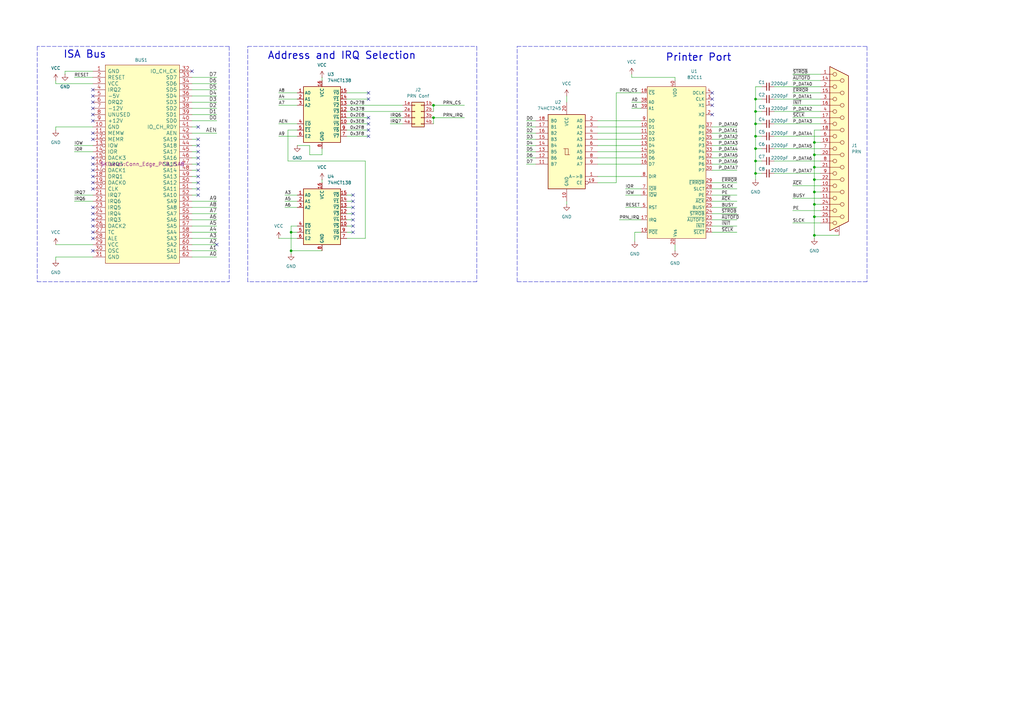
<source format=kicad_sch>
(kicad_sch (version 20231120) (generator "eeschema") (generator_version "8.0")
  (paper "A3")
  (title_block (title "LPT Isa Card") (date "2024-11-24") (rev "1.0"))
  (lib_symbols
    (symbol "74xx:74HC245" (pin_names (offset 1.016))
      (property "Reference" "U" (at -7.62 16.51 0))
      (property "Value" "74HC245" (at -7.62 -16.51 0))
      (symbol "74HC245_1_0"
        (polyline (pts (xy -0.635 -1.27) (xy -0.635 1.27) (xy 0.635 1.27)))
        (polyline (pts (xy -1.27 -1.27) (xy 0.635 -1.27) (xy 0.635 1.27) (xy 1.27 1.27)))
        (pin input line (at -12.7 -10.16 0) (length 5.08) (name "A->B") (number "1"))
        (pin power_in line (at 0 -20.32 90) (length 5.08) (name "GND") (number "10"))
        (pin tri_state line (at 12.7 -5.08 180) (length 5.08) (name "B7") (number "11"))
        (pin tri_state line (at 12.7 -2.54 180) (length 5.08) (name "B6") (number "12"))
        (pin tri_state line (at 12.7 0 180) (length 5.08) (name "B5") (number "13"))
        (pin tri_state line (at 12.7 2.54 180) (length 5.08) (name "B4") (number "14"))
        (pin tri_state line (at 12.7 5.08 180) (length 5.08) (name "B3") (number "15"))
        (pin tri_state line (at 12.7 7.62 180) (length 5.08) (name "B2") (number "16"))
        (pin tri_state line (at 12.7 10.16 180) (length 5.08) (name "B1") (number "17"))
        (pin tri_state line (at 12.7 12.7 180) (length 5.08) (name "B0") (number "18"))
        (pin input inverted (at -12.7 -12.7 0) (length 5.08) (name "CE") (number "19"))
        (pin tri_state line (at -12.7 12.7 0) (length 5.08) (name "A0") (number "2"))
        (pin power_in line (at 0 20.32 270) (length 5.08) (name "VCC") (number "20"))
        (pin tri_state line (at -12.7 10.16 0) (length 5.08) (name "A1") (number "3"))
        (pin tri_state line (at -12.7 7.62 0) (length 5.08) (name "A2") (number "4"))
        (pin tri_state line (at -12.7 5.08 0) (length 5.08) (name "A3") (number "5"))
        (pin tri_state line (at -12.7 2.54 0) (length 5.08) (name "A4") (number "6"))
        (pin tri_state line (at -12.7 0 0) (length 5.08) (name "A5") (number "7"))
        (pin tri_state line (at -12.7 -2.54 0) (length 5.08) (name "A6") (number "8"))
        (pin tri_state line (at -12.7 -5.08 0) (length 5.08) (name "A7") (number "9"))
      )
      (symbol "74HC245_1_1"
        (rectangle (start -7.62 15.24) (end 7.62 -15.24) (stroke (width 0.254)) (fill (type background)))
      )
    )
    (symbol "74xx:74HCT138"
      (property "Reference" "U" (at -7.62 13.97 0))
      (property "Value" "74HCT138" (at 2.54 -11.43 0))
      (symbol "74HCT138_0_1"
        (rectangle (start -7.62 12.7) (end 7.62 -10.16) (stroke (width 0.254)) (fill (type background)))
      )
      (symbol "74HCT138_1_1"
        (pin input line (at -10.16 10.16 0) (length 2.54) (name "A0") (number "1"))
        (pin output line (at 10.16 -2.54 180) (length 2.54) (name "~{Y5}") (number "10"))
        (pin output line (at 10.16 0 180) (length 2.54) (name "~{Y4}") (number "11"))
        (pin output line (at 10.16 2.54 180) (length 2.54) (name "~{Y3}") (number "12"))
        (pin output line (at 10.16 5.08 180) (length 2.54) (name "~{Y2}") (number "13"))
        (pin output line (at 10.16 7.62 180) (length 2.54) (name "~{Y1}") (number "14"))
        (pin output line (at 10.16 10.16 180) (length 2.54) (name "~{Y0}") (number "15"))
        (pin power_in line (at 0 15.24 270) (length 2.54) (name "VCC") (number "16"))
        (pin input line (at -10.16 7.62 0) (length 2.54) (name "A1") (number "2"))
        (pin input line (at -10.16 5.08 0) (length 2.54) (name "A2") (number "3"))
        (pin input line (at -10.16 -2.54 0) (length 2.54) (name "~{E0}") (number "4"))
        (pin input line (at -10.16 -5.08 0) (length 2.54) (name "~{E1}") (number "5"))
        (pin input line (at -10.16 -7.62 0) (length 2.54) (name "E2") (number "6"))
        (pin output line (at 10.16 -7.62 180) (length 2.54) (name "~{Y7}") (number "7"))
        (pin power_in line (at 0 -12.7 90) (length 2.54) (name "GND") (number "8"))
        (pin output line (at 10.16 -5.08 180) (length 2.54) (name "~{Y6}") (number "9"))
      )
    )
    (symbol "Connector:DB25_Receptacle_MountingHoles" (pin_names (offset 1.016) hide)
      (property "Reference" "J" (at 0 36.83 0))
      (property "Value" "DB25_Receptacle_MountingHoles" (at 0 34.925 0))
      (symbol "DB25_Receptacle_MountingHoles_0_1"
        (circle (center -1.778 -30.48) (radius 0.762))
        (circle (center -1.778 -25.4) (radius 0.762))
        (circle (center -1.778 -20.32) (radius 0.762))
        (circle (center -1.778 -15.24) (radius 0.762))
        (circle (center -1.778 -10.16) (radius 0.762))
        (circle (center -1.778 -5.08) (radius 0.762))
        (circle (center -1.778 0) (radius 0.762))
        (circle (center -1.778 5.08) (radius 0.762))
        (circle (center -1.778 10.16) (radius 0.762))
        (circle (center -1.778 15.24) (radius 0.762))
        (circle (center -1.778 20.32) (radius 0.762))
        (circle (center -1.778 25.4) (radius 0.762))
        (circle (center -1.778 30.48) (radius 0.762))
        (polyline (pts (xy -3.81 -30.48) (xy -2.54 -30.48)))
        (polyline (pts (xy -3.81 -27.94) (xy 0.508 -27.94)))
        (polyline (pts (xy -3.81 -25.4) (xy -2.54 -25.4)))
        (polyline (pts (xy -3.81 -22.86) (xy 0.508 -22.86)))
        (polyline (pts (xy -3.81 -20.32) (xy -2.54 -20.32)))
        (polyline (pts (xy -3.81 -17.78) (xy 0.508 -17.78)))
        (polyline (pts (xy -3.81 -15.24) (xy -2.54 -15.24)))
        (polyline (pts (xy -3.81 -12.7) (xy 0.508 -12.7)))
        (polyline (pts (xy -3.81 -10.16) (xy -2.54 -10.16)))
        (polyline (pts (xy -3.81 -7.62) (xy 0.508 -7.62)))
        (polyline (pts (xy -3.81 -5.08) (xy -2.54 -5.08)))
        (polyline (pts (xy -3.81 -2.54) (xy 0.508 -2.54)))
        (polyline (pts (xy -3.81 0) (xy -2.54 0)))
        (polyline (pts (xy -3.81 2.54) (xy 0.508 2.54)))
        (polyline (pts (xy -3.81 5.08) (xy -2.54 5.08)))
        (polyline (pts (xy -3.81 7.62) (xy 0.508 7.62)))
        (polyline (pts (xy -3.81 10.16) (xy -2.54 10.16)))
        (polyline (pts (xy -3.81 12.7) (xy 0.508 12.7)))
        (polyline (pts (xy -3.81 15.24) (xy -2.54 15.24)))
        (polyline (pts (xy -3.81 17.78) (xy 0.508 17.78)))
        (polyline (pts (xy -3.81 20.32) (xy -2.54 20.32)))
        (polyline (pts (xy -3.81 22.86) (xy 0.508 22.86)))
        (polyline (pts (xy -3.81 25.4) (xy -2.54 25.4)))
        (polyline (pts (xy -3.81 27.94) (xy 0.508 27.94)))
        (polyline (pts (xy -3.81 30.48) (xy -2.54 30.48)))
        (polyline (pts (xy -3.81 33.655) (xy 3.81 29.845) (xy 3.81 -29.845) (xy -3.81 -33.655) (xy -3.81 33.655)) (stroke (width 0.254)) (fill (type background)))
        (circle (center 1.27 -27.94) (radius 0.762))
        (circle (center 1.27 -22.86) (radius 0.762))
        (circle (center 1.27 -17.78) (radius 0.762))
        (circle (center 1.27 -12.7) (radius 0.762))
        (circle (center 1.27 -7.62) (radius 0.762))
        (circle (center 1.27 -2.54) (radius 0.762))
        (circle (center 1.27 2.54) (radius 0.762))
        (circle (center 1.27 7.62) (radius 0.762))
        (circle (center 1.27 12.7) (radius 0.762))
        (circle (center 1.27 17.78) (radius 0.762))
        (circle (center 1.27 22.86) (radius 0.762))
        (circle (center 1.27 27.94) (radius 0.762))
      )
      (symbol "DB25_Receptacle_MountingHoles_1_1"
        (pin passive line (at 0 -35.56 90) (length 3.81) (name "PAD") (number "0"))
        (pin passive line (at -7.62 30.48 0) (length 3.81) (name "1") (number "1"))
        (pin passive line (at -7.62 -15.24 0) (length 3.81) (name "10") (number "10"))
        (pin passive line (at -7.62 -20.32 0) (length 3.81) (name "11") (number "11"))
        (pin passive line (at -7.62 -25.4 0) (length 3.81) (name "12") (number "12"))
        (pin passive line (at -7.62 -30.48 0) (length 3.81) (name "13") (number "13"))
        (pin passive line (at -7.62 27.94 0) (length 3.81) (name "P14") (number "14"))
        (pin passive line (at -7.62 22.86 0) (length 3.81) (name "P15") (number "15"))
        (pin passive line (at -7.62 17.78 0) (length 3.81) (name "P16") (number "16"))
        (pin passive line (at -7.62 12.7 0) (length 3.81) (name "P17") (number "17"))
        (pin passive line (at -7.62 7.62 0) (length 3.81) (name "P18") (number "18"))
        (pin passive line (at -7.62 2.54 0) (length 3.81) (name "P19") (number "19"))
        (pin passive line (at -7.62 25.4 0) (length 3.81) (name "2") (number "2"))
        (pin passive line (at -7.62 -2.54 0) (length 3.81) (name "P20") (number "20"))
        (pin passive line (at -7.62 -7.62 0) (length 3.81) (name "P21") (number "21"))
        (pin passive line (at -7.62 -12.7 0) (length 3.81) (name "P22") (number "22"))
        (pin passive line (at -7.62 -17.78 0) (length 3.81) (name "P23") (number "23"))
        (pin passive line (at -7.62 -22.86 0) (length 3.81) (name "P24") (number "24"))
        (pin passive line (at -7.62 -27.94 0) (length 3.81) (name "P25") (number "25"))
        (pin passive line (at -7.62 20.32 0) (length 3.81) (name "3") (number "3"))
        (pin passive line (at -7.62 15.24 0) (length 3.81) (name "4") (number "4"))
        (pin passive line (at -7.62 10.16 0) (length 3.81) (name "5") (number "5"))
        (pin passive line (at -7.62 5.08 0) (length 3.81) (name "6") (number "6"))
        (pin passive line (at -7.62 0 0) (length 3.81) (name "7") (number "7"))
        (pin passive line (at -7.62 -5.08 0) (length 3.81) (name "8") (number "8"))
        (pin passive line (at -7.62 -10.16 0) (length 3.81) (name "9") (number "9"))
      )
    )
    (symbol "Connector_Generic:Conn_02x04_Row_Letter_Last" (pin_names (offset 1.016) hide)
      (property "Reference" "J" (at 1.27 5.08 0))
      (property "Value" "Conn_02x04_Row_Letter_Last" (at 1.27 -7.62 0))
      (symbol "Conn_02x04_Row_Letter_Last_1_1"
        (rectangle (start -1.27 -4.953) (end 0 -5.207) (stroke (width 0.1524)))
        (rectangle (start -1.27 -2.413) (end 0 -2.667) (stroke (width 0.1524)))
        (rectangle (start -1.27 0.127) (end 0 -0.127) (stroke (width 0.1524)))
        (rectangle (start -1.27 2.667) (end 0 2.413) (stroke (width 0.1524)))
        (rectangle (start -1.27 3.81) (end 3.81 -6.35) (stroke (width 0.254)) (fill (type background)))
        (rectangle (start 3.81 -4.953) (end 2.54 -5.207) (stroke (width 0.1524)))
        (rectangle (start 3.81 -2.413) (end 2.54 -2.667) (stroke (width 0.1524)))
        (rectangle (start 3.81 0.127) (end 2.54 -0.127) (stroke (width 0.1524)))
        (rectangle (start 3.81 2.667) (end 2.54 2.413) (stroke (width 0.1524)))
        (pin passive line (at -5.08 2.54 0) (length 3.81) (name "Pin_1a") (number "1a"))
        (pin passive line (at 7.62 2.54 180) (length 3.81) (name "Pin_1b") (number "1b"))
        (pin passive line (at -5.08 0 0) (length 3.81) (name "Pin_2a") (number "2a"))
        (pin passive line (at 7.62 0 180) (length 3.81) (name "Pin_2b") (number "2b"))
        (pin passive line (at -5.08 -2.54 0) (length 3.81) (name "Pin_3a") (number "3a"))
        (pin passive line (at 7.62 -2.54 180) (length 3.81) (name "Pin_3b") (number "3b"))
        (pin passive line (at -5.08 -5.08 0) (length 3.81) (name "Pin_4a") (number "4a"))
        (pin passive line (at 7.62 -5.08 180) (length 3.81) (name "Pin_4b") (number "4b"))
      )
    )
    (symbol "Device:C_Small" (pin_numbers hide) (pin_names (offset 0.254) hide)
      (property "Reference" "C" (at 0.254 1.778 0))
      (property "Value" "C_Small" (at 0.254 -2.032 0))
      (symbol "C_Small_0_1"
        (polyline (pts (xy -1.524 -0.508) (xy 1.524 -0.508)) (stroke (width 0.3302)))
        (polyline (pts (xy -1.524 0.508) (xy 1.524 0.508)) (stroke (width 0.3048)))
      )
      (symbol "C_Small_1_1"
        (pin passive line (at 0 2.54 270) (length 2.032) (name "~") (number "1"))
        (pin passive line (at 0 -2.54 90) (length 2.032) (name "~") (number "2"))
      )
    )
    (symbol "SKiselev:BUSPC_DEV" (pin_names (offset 1.016))
      (property "Reference" "BUS" (at -15.24 41.91 0))
      (property "Value" "BUSPC_DEV" (at -15.24 -41.91 0))
      (symbol "BUSPC_DEV_0_1"
        (rectangle (start -15.24 -40.64) (end 15.24 40.64) (fill (type background)))
      )
      (symbol "BUSPC_DEV_1_1"
        (pin power_out line (at -20.32 38.1 0) (length 5.08) (name "GND") (number "1"))
        (pin power_in line (at -20.32 15.24 0) (length 5.08) (name "GND") (number "10"))
        (pin output inverted (at -20.32 12.7 0) (length 5.08) (name "MEMW") (number "11"))
        (pin output inverted (at -20.32 10.16 0) (length 5.08) (name "MEMR") (number "12"))
        (pin output inverted (at -20.32 7.62 0) (length 5.08) (name "IOW") (number "13"))
        (pin output inverted (at -20.32 5.08 0) (length 5.08) (name "IOR") (number "14"))
        (pin output inverted (at -20.32 2.54 0) (length 5.08) (name "DACK3") (number "15"))
        (pin input line (at -20.32 0 0) (length 5.08) (name "DRQ3") (number "16"))
        (pin output inverted (at -20.32 -2.54 0) (length 5.08) (name "DACK1") (number "17"))
        (pin input line (at -20.32 -5.08 0) (length 5.08) (name "DRQ1") (number "18"))
        (pin output inverted (at -20.32 -7.62 0) (length 5.08) (name "DACK0") (number "19"))
        (pin output line (at -20.32 35.56 0) (length 5.08) (name "RESET") (number "2"))
        (pin output line (at -20.32 -10.16 0) (length 5.08) (name "CLK") (number "20"))
        (pin input line (at -20.32 -12.7 0) (length 5.08) (name "IRQ7") (number "21"))
        (pin input line (at -20.32 -15.24 0) (length 5.08) (name "IRQ6") (number "22"))
        (pin input line (at -20.32 -17.78 0) (length 5.08) (name "IRQ5") (number "23"))
        (pin input line (at -20.32 -20.32 0) (length 5.08) (name "IRQ4") (number "24"))
        (pin input line (at -20.32 -22.86 0) (length 5.08) (name "IRQ3") (number "25"))
        (pin output inverted (at -20.32 -25.4 0) (length 5.08) (name "DACK2") (number "26"))
        (pin output line (at -20.32 -27.94 0) (length 5.08) (name "TC") (number "27"))
        (pin output line (at -20.32 -30.48 0) (length 5.08) (name "ALE") (number "28"))
        (pin power_in line (at -20.32 -33.02 0) (length 5.08) (name "VCC") (number "29"))
        (pin power_out line (at -20.32 33.02 0) (length 5.08) (name "VCC") (number "3"))
        (pin output line (at -20.32 -35.56 0) (length 5.08) (name "OSC") (number "30"))
        (pin power_in line (at -20.32 -38.1 0) (length 5.08) (name "GND") (number "31"))
        (pin input inverted (at 20.32 38.1 180) (length 5.08) (name "IO_CH_CK") (number "32"))
        (pin bidirectional line (at 20.32 35.56 180) (length 5.08) (name "SD7") (number "33"))
        (pin bidirectional line (at 20.32 33.02 180) (length 5.08) (name "SD6") (number "34"))
        (pin bidirectional line (at 20.32 30.48 180) (length 5.08) (name "SD5") (number "35"))
        (pin bidirectional line (at 20.32 27.94 180) (length 5.08) (name "SD4") (number "36"))
        (pin bidirectional line (at 20.32 25.4 180) (length 5.08) (name "SD3") (number "37"))
        (pin bidirectional line (at 20.32 22.86 180) (length 5.08) (name "SD2") (number "38"))
        (pin bidirectional line (at 20.32 20.32 180) (length 5.08) (name "SD1") (number "39"))
        (pin input line (at -20.32 30.48 0) (length 5.08) (name "IRQ2") (number "4"))
        (pin bidirectional line (at 20.32 17.78 180) (length 5.08) (name "SD0") (number "40"))
        (pin input line (at 20.32 15.24 180) (length 5.08) (name "IO_CH_RDY") (number "41"))
        (pin output line (at 20.32 12.7 180) (length 5.08) (name "AEN") (number "42"))
        (pin output line (at 20.32 10.16 180) (length 5.08) (name "SA19") (number "43"))
        (pin output line (at 20.32 7.62 180) (length 5.08) (name "SA18") (number "44"))
        (pin output line (at 20.32 5.08 180) (length 5.08) (name "SA17") (number "45"))
        (pin output line (at 20.32 2.54 180) (length 5.08) (name "SA16") (number "46"))
        (pin output line (at 20.32 0 180) (length 5.08) (name "SA15") (number "47"))
        (pin output line (at 20.32 -2.54 180) (length 5.08) (name "SA14") (number "48"))
        (pin output line (at 20.32 -5.08 180) (length 5.08) (name "SA13") (number "49"))
        (pin power_out line (at -20.32 27.94 0) (length 5.08) (name "-5V") (number "5"))
        (pin output line (at 20.32 -7.62 180) (length 5.08) (name "SA12") (number "50"))
        (pin output line (at 20.32 -10.16 180) (length 5.08) (name "SA11") (number "51"))
        (pin output line (at 20.32 -12.7 180) (length 5.08) (name "SA10") (number "52"))
        (pin output line (at 20.32 -15.24 180) (length 5.08) (name "SA9") (number "53"))
        (pin output line (at 20.32 -17.78 180) (length 5.08) (name "SA8") (number "54"))
        (pin output line (at 20.32 -20.32 180) (length 5.08) (name "SA7") (number "55"))
        (pin output line (at 20.32 -22.86 180) (length 5.08) (name "SA6") (number "56"))
        (pin output line (at 20.32 -25.4 180) (length 5.08) (name "SA5") (number "57"))
        (pin output line (at 20.32 -27.94 180) (length 5.08) (name "SA4") (number "58"))
        (pin output line (at 20.32 -30.48 180) (length 5.08) (name "SA3") (number "59"))
        (pin input line (at -20.32 25.4 0) (length 5.08) (name "DRQ2") (number "6"))
        (pin output line (at 20.32 -33.02 180) (length 5.08) (name "SA2") (number "60"))
        (pin output line (at 20.32 -35.56 180) (length 5.08) (name "SA1") (number "61"))
        (pin output line (at 20.32 -38.1 180) (length 5.08) (name "SA0") (number "62"))
        (pin power_out line (at -20.32 22.86 0) (length 5.08) (name "-12V") (number "7"))
        (pin passive line (at -20.32 20.32 0) (length 5.08) (name "UNUSED") (number "8"))
        (pin power_out line (at -20.32 17.78 0) (length 5.08) (name "+12V") (number "9"))
      )
    )
    (symbol "VictorLib:82C11"
      (property "Reference" "U" (at 7.874 0.762 0))
      (property "Value" "82C11" (at 8.128 -1.778 0))
      (symbol "82C11_0_1"
        (rectangle (start -11.43 -3.81) (end 12.7 -66.04) (fill (type background)))
      )
      (symbol "82C11_1_1"
        (pin input line (at 15.24 -11.43 180) (length 2.54) (name "X1") (number "1"))
        (pin bidirectional line (at -13.97 -20.32 0) (length 2.54) (name "D1") (number "10"))
        (pin bidirectional line (at -13.97 -22.86 0) (length 2.54) (name "D2") (number "11"))
        (pin bidirectional line (at -13.97 -25.4 0) (length 2.54) (name "D3") (number "12"))
        (pin bidirectional line (at -13.97 -27.94 0) (length 2.54) (name "D4") (number "13"))
        (pin bidirectional line (at -13.97 -30.48 0) (length 2.54) (name "D5") (number "14"))
        (pin bidirectional line (at -13.97 -33.02 0) (length 2.54) (name "D6") (number "15"))
        (pin bidirectional line (at -13.97 -35.56 0) (length 2.54) (name "D7") (number "16"))
        (pin output line (at -13.97 -58.42 0) (length 2.54) (name "IRQ") (number "17"))
        (pin input line (at -13.97 -6.35 0) (length 2.54) (name "~{CS}") (number "18"))
        (pin input line (at -13.97 -63.5 0) (length 2.54) (name "~{POE}") (number "19"))
        (pin input line (at 15.24 -15.24 180) (length 2.54) (name "X2") (number "2"))
        (pin power_in line (at 0 -68.58 90) (length 2.54) (name "Vss") (number "20"))
        (pin output line (at 15.24 -63.5 180) (length 2.54) (name "~{SLCT}") (number "21"))
        (pin output line (at 15.24 -60.96 180) (length 2.54) (name "~{INIT}") (number "22"))
        (pin output line (at 15.24 -58.42 180) (length 2.54) (name "~{AUTOFD}") (number "23"))
        (pin output line (at 15.24 -55.88 180) (length 2.54) (name "~{STROB}") (number "24"))
        (pin input line (at 15.24 -53.34 180) (length 2.54) (name "BUSY") (number "25"))
        (pin input line (at 15.24 -50.8 180) (length 2.54) (name "~{ACK}") (number "26"))
        (pin input line (at 15.24 -48.26 180) (length 2.54) (name "PE") (number "27"))
        (pin input line (at 15.24 -45.72 180) (length 2.54) (name "SLCT") (number "28"))
        (pin input line (at 15.24 -43.18 180) (length 2.54) (name "~{ERROR}") (number "29"))
        (pin output line (at 15.24 -8.89 180) (length 2.54) (name "CLK") (number "3"))
        (pin bidirectional line (at 15.24 -38.1 180) (length 2.54) (name "P7") (number "30"))
        (pin bidirectional line (at 15.24 -35.56 180) (length 2.54) (name "P6") (number "31"))
        (pin bidirectional line (at 15.24 -33.02 180) (length 2.54) (name "P5") (number "32"))
        (pin bidirectional line (at 15.24 -30.48 180) (length 2.54) (name "P4") (number "33"))
        (pin bidirectional line (at 15.24 -27.94 180) (length 2.54) (name "P3") (number "34"))
        (pin bidirectional line (at 15.24 -25.4 180) (length 2.54) (name "P2") (number "35"))
        (pin bidirectional line (at 15.24 -22.86 180) (length 2.54) (name "P1") (number "36"))
        (pin bidirectional line (at 15.24 -20.32 180) (length 2.54) (name "P0") (number "37"))
        (pin input line (at -13.97 -10.16 0) (length 2.54) (name "A0") (number "38"))
        (pin input line (at -13.97 -12.7 0) (length 2.54) (name "A1") (number "39"))
        (pin output line (at 15.24 -6.35 180) (length 2.54) (name "DCLK") (number "4"))
        (pin power_in line (at 0 -1.27 270) (length 2.54) (name "VDD") (number "40"))
        (pin input line (at -13.97 -53.34 0) (length 2.54) (name "RST") (number "5"))
        (pin input line (at -13.97 -48.26 0) (length 2.54) (name "~{IOW}") (number "6"))
        (pin input line (at -13.97 -45.72 0) (length 2.54) (name "~{IOR}") (number "7"))
        (pin output line (at -13.97 -40.64 0) (length 2.54) (name "DIR") (number "8"))
        (pin bidirectional line (at -13.97 -17.78 0) (length 2.54) (name "D0") (number "9"))
      )
    )
    (symbol "power:GND" (power) (pin_numbers hide) (pin_names (offset 0) hide)
      (property "Value" "GND" (at 0 -3.81 0))
      (symbol "GND_0_1"
        (polyline (pts (xy 0 0) (xy 0 -1.27) (xy 1.27 -1.27) (xy 0 -2.54) (xy -1.27 -1.27) (xy 0 -1.27)))
      )
      (symbol "GND_1_1"
        (pin power_in line (at 0 0 270) (length 0) (name "~") (number "1"))
      )
    )
    (symbol "power:VCC" (power) (pin_numbers hide) (pin_names (offset 0) hide)
      (property "Value" "VCC" (at 0 3.556 0))
      (symbol "VCC_0_1"
        (polyline (pts (xy -0.762 1.27) (xy 0 2.54)))
        (polyline (pts (xy 0 0) (xy 0 2.54)))
        (polyline (pts (xy 0 2.54) (xy 0.762 1.27)))
      )
      (symbol "VCC_1_1"
        (pin power_in line (at 0 0 90) (length 0) (name "~") (number "1"))
      )
    )
  )
  (junction (at 334.01 63.5))
  (junction (at 309.88 40.64))
  (junction (at 309.88 60.96))
  (junction (at 309.88 50.8))
  (junction (at 334.01 83.82))
  (junction (at 119.38 95.25))
  (junction (at 334.01 68.58))
  (junction (at 309.88 45.72))
  (junction (at 309.88 55.88))
  (junction (at 334.01 96.52))
  (junction (at 177.8 48.26))
  (junction (at 334.01 78.74))
  (junction (at 119.38 102.87))
  (junction (at 334.01 88.9))
  (junction (at 309.88 71.12))
  (junction (at 334.01 58.42))
  (junction (at 334.01 73.66))
  (junction (at 309.88 66.04))
  (junction (at 177.8 43.18))
  (no_connect (at 151.13 38.1))
  (no_connect (at 81.28 74.93))
  (no_connect (at 81.28 67.31))
  (no_connect (at 38.1 72.39))
  (no_connect (at 38.1 67.31))
  (no_connect (at 38.1 92.71))
  (no_connect (at 292.1 38.1))
  (no_connect (at 38.1 69.85))
  (no_connect (at 81.28 59.69))
  (no_connect (at 38.1 90.17))
  (no_connect (at 81.28 52.07))
  (no_connect (at 38.1 49.53))
  (no_connect (at 78.74 29.21))
  (no_connect (at 292.1 40.64))
  (no_connect (at 292.1 43.18))
  (no_connect (at 81.28 62.23))
  (no_connect (at 38.1 41.91))
  (no_connect (at 151.13 55.88))
  (no_connect (at 151.13 53.34))
  (no_connect (at 151.13 40.64))
  (no_connect (at 144.78 85.09))
  (no_connect (at 144.78 95.25))
  (no_connect (at 38.1 77.47))
  (no_connect (at 144.78 92.71))
  (no_connect (at 81.28 80.01))
  (no_connect (at 81.28 64.77))
  (no_connect (at 144.78 80.01))
  (no_connect (at 81.28 57.15))
  (no_connect (at 38.1 44.45))
  (no_connect (at 144.78 87.63))
  (no_connect (at 151.13 48.26))
  (no_connect (at 88.9 100.33))
  (no_connect (at 38.1 74.93))
  (no_connect (at 38.1 85.09))
  (no_connect (at 144.78 90.17))
  (no_connect (at 38.1 54.61))
  (no_connect (at 144.78 82.55))
  (no_connect (at 38.1 39.37))
  (no_connect (at 292.1 46.99))
  (no_connect (at 38.1 95.25))
  (no_connect (at 38.1 87.63))
  (no_connect (at 81.28 72.39))
  (no_connect (at 38.1 57.15))
  (no_connect (at 38.1 46.99))
  (no_connect (at 151.13 50.8))
  (no_connect (at 38.1 97.79))
  (no_connect (at 38.1 64.77))
  (no_connect (at 38.1 102.87))
  (no_connect (at 38.1 36.83))
  (no_connect (at 81.28 69.85))
  (no_connect (at 81.28 77.47))
  (wire (pts (xy 142.24 92.71) (xy 144.78 92.71)))
  (wire (pts (xy 22.86 53.34) (xy 22.86 52.07)))
  (wire (pts (xy 119.38 95.25) (xy 121.92 95.25)))
  (wire (pts (xy 142.24 48.26) (xy 151.13 48.26)))
  (wire (pts (xy 334.01 73.66) (xy 336.55 73.66)))
  (wire (pts (xy 78.74 39.37) (xy 88.9 39.37)))
  (wire (pts (xy 309.88 60.96) (xy 312.42 60.96)))
  (polyline (pts (xy 93.98 19.05) (xy 93.98 115.57)) (stroke (width 0) (type dash)))
  (wire (pts (xy 114.3 50.8) (xy 121.92 50.8)))
  (wire (pts (xy 325.12 91.44) (xy 336.55 91.44)))
  (wire (pts (xy 317.5 60.96) (xy 336.55 60.96)))
  (wire (pts (xy 309.88 71.12) (xy 309.88 73.66)))
  (polyline (pts (xy 93.98 19.05) (xy 15.24 19.05)) (stroke (width 0) (type dash)))
  (polyline (pts (xy 15.24 115.57) (xy 93.98 115.57)) (stroke (width 0) (type dash)))
  (wire (pts (xy 22.86 34.29) (xy 38.1 34.29)))
  (wire (pts (xy 142.24 53.34) (xy 151.13 53.34)))
  (wire (pts (xy 177.8 48.26) (xy 177.8 50.8)))
  (wire (pts (xy 309.88 40.64) (xy 312.42 40.64)))
  (wire (pts (xy 334.01 63.5) (xy 336.55 63.5)))
  (wire (pts (xy 254 90.17) (xy 262.89 90.17)))
  (wire (pts (xy 292.1 67.31) (xy 302.26 67.31)))
  (wire (pts (xy 309.88 35.56) (xy 309.88 40.64)))
  (wire (pts (xy 309.88 66.04) (xy 312.42 66.04)))
  (wire (pts (xy 78.74 77.47) (xy 81.28 77.47)))
  (wire (pts (xy 325.12 48.26) (xy 336.55 48.26)))
  (wire (pts (xy 177.8 48.26) (xy 190.5 48.26)))
  (wire (pts (xy 256.54 80.01) (xy 262.89 80.01)))
  (polyline (pts (xy 195.58 19.05) (xy 195.58 115.57)) (stroke (width 0) (type dash)))
  (wire (pts (xy 30.48 31.75) (xy 38.1 31.75)))
  (wire (pts (xy 309.88 55.88) (xy 312.42 55.88)))
  (wire (pts (xy 325.12 81.28) (xy 336.55 81.28)))
  (wire (pts (xy 142.24 90.17) (xy 144.78 90.17)))
  (wire (pts (xy 232.41 39.37) (xy 232.41 41.91)))
  (wire (pts (xy 325.12 33.02) (xy 336.55 33.02)))
  (wire (pts (xy 119.38 92.71) (xy 121.92 92.71)))
  (wire (pts (xy 292.1 57.15) (xy 302.26 57.15)))
  (wire (pts (xy 245.11 67.31) (xy 262.89 67.31)))
  (wire (pts (xy 78.74 31.75) (xy 88.9 31.75)))
  (wire (pts (xy 26.67 30.48) (xy 26.67 29.21)))
  (wire (pts (xy 78.74 62.23) (xy 81.28 62.23)))
  (wire (pts (xy 334.01 78.74) (xy 336.55 78.74)))
  (wire (pts (xy 317.5 66.04) (xy 336.55 66.04)))
  (wire (pts (xy 88.9 54.61) (xy 78.74 54.61)))
  (wire (pts (xy 114.3 38.1) (xy 121.92 38.1)))
  (wire (pts (xy 142.24 40.64) (xy 151.13 40.64)))
  (wire (pts (xy 132.08 102.87) (xy 119.38 102.87)))
  (wire (pts (xy 309.88 55.88) (xy 309.88 60.96)))
  (wire (pts (xy 78.74 57.15) (xy 81.28 57.15)))
  (wire (pts (xy 292.1 69.85) (xy 302.26 69.85)))
  (wire (pts (xy 78.74 95.25) (xy 88.9 95.25)))
  (polyline (pts (xy 212.09 115.57) (xy 212.09 19.05)) (stroke (width 0) (type dash)))
  (wire (pts (xy 325.12 76.2) (xy 336.55 76.2)))
  (wire (pts (xy 142.24 82.55) (xy 144.78 82.55)))
  (wire (pts (xy 78.74 44.45) (xy 88.9 44.45)))
  (wire (pts (xy 276.86 31.75) (xy 259.08 31.75)))
  (wire (pts (xy 334.01 88.9) (xy 336.55 88.9)))
  (wire (pts (xy 334.01 58.42) (xy 334.01 63.5)))
  (wire (pts (xy 334.01 68.58) (xy 334.01 73.66)))
  (wire (pts (xy 317.5 35.56) (xy 336.55 35.56)))
  (wire (pts (xy 215.9 57.15) (xy 219.71 57.15)))
  (wire (pts (xy 78.74 64.77) (xy 81.28 64.77)))
  (wire (pts (xy 215.9 67.31) (xy 219.71 67.31)))
  (wire (pts (xy 121.92 59.69) (xy 127 59.69)))
  (wire (pts (xy 142.24 95.25) (xy 144.78 95.25)))
  (polyline (pts (xy 355.6 19.05) (xy 355.6 115.57)) (stroke (width 0) (type dash)))
  (wire (pts (xy 22.86 100.33) (xy 38.1 100.33)))
  (wire (pts (xy 215.9 49.53) (xy 219.71 49.53)))
  (wire (pts (xy 334.01 83.82) (xy 336.55 83.82)))
  (wire (pts (xy 142.24 45.72) (xy 165.1 45.72)))
  (wire (pts (xy 127 59.69) (xy 127 63.5)))
  (wire (pts (xy 142.24 87.63) (xy 144.78 87.63)))
  (wire (pts (xy 309.88 40.64) (xy 309.88 45.72)))
  (polyline (pts (xy 212.09 19.05) (xy 355.6 19.05)) (stroke (width 0) (type dash)))
  (wire (pts (xy 334.01 73.66) (xy 334.01 78.74)))
  (wire (pts (xy 177.8 43.18) (xy 190.5 43.18)))
  (polyline (pts (xy 101.6 19.05) (xy 195.58 19.05)) (stroke (width 0) (type dash)))
  (wire (pts (xy 317.5 55.88) (xy 336.55 55.88)))
  (wire (pts (xy 177.8 43.18) (xy 177.8 45.72)))
  (wire (pts (xy 215.9 62.23) (xy 219.71 62.23)))
  (wire (pts (xy 259.08 44.45) (xy 262.89 44.45)))
  (wire (pts (xy 325.12 30.48) (xy 336.55 30.48)))
  (wire (pts (xy 142.24 55.88) (xy 151.13 55.88)))
  (wire (pts (xy 78.74 85.09) (xy 88.9 85.09)))
  (wire (pts (xy 260.35 95.25) (xy 260.35 99.06)))
  (wire (pts (xy 78.74 74.93) (xy 81.28 74.93)))
  (wire (pts (xy 26.67 29.21) (xy 38.1 29.21)))
  (polyline (pts (xy 101.6 115.57) (xy 101.6 19.05)) (stroke (width 0) (type dash)))
  (wire (pts (xy 78.74 41.91) (xy 88.9 41.91)))
  (wire (pts (xy 78.74 34.29) (xy 88.9 34.29)))
  (wire (pts (xy 334.01 83.82) (xy 334.01 88.9)))
  (wire (pts (xy 30.48 62.23) (xy 38.1 62.23)))
  (wire (pts (xy 245.11 62.23) (xy 262.89 62.23)))
  (wire (pts (xy 78.74 36.83) (xy 88.9 36.83)))
  (wire (pts (xy 334.01 68.58) (xy 336.55 68.58)))
  (wire (pts (xy 78.74 90.17) (xy 88.9 90.17)))
  (wire (pts (xy 325.12 86.36) (xy 336.55 86.36)))
  (wire (pts (xy 215.9 52.07) (xy 219.71 52.07)))
  (wire (pts (xy 78.74 80.01) (xy 81.28 80.01)))
  (wire (pts (xy 30.48 82.55) (xy 38.1 82.55)))
  (wire (pts (xy 309.88 50.8) (xy 309.88 55.88)))
  (wire (pts (xy 78.74 72.39) (xy 81.28 72.39)))
  (wire (pts (xy 292.1 82.55) (xy 302.26 82.55)))
  (wire (pts (xy 149.86 97.79) (xy 149.86 66.04)))
  (wire (pts (xy 292.1 87.63) (xy 302.26 87.63)))
  (wire (pts (xy 334.01 88.9) (xy 334.01 96.52)))
  (wire (pts (xy 142.24 38.1) (xy 151.13 38.1)))
  (wire (pts (xy 78.74 97.79) (xy 88.9 97.79)))
  (wire (pts (xy 256.54 85.09) (xy 262.89 85.09)))
  (wire (pts (xy 119.38 95.25) (xy 119.38 102.87)))
  (wire (pts (xy 78.74 92.71) (xy 88.9 92.71)))
  (wire (pts (xy 215.9 54.61) (xy 219.71 54.61)))
  (wire (pts (xy 116.84 80.01) (xy 121.92 80.01)))
  (polyline (pts (xy 195.58 115.57) (xy 101.6 115.57)) (stroke (width 0) (type dash)))
  (wire (pts (xy 149.86 66.04) (xy 118.11 66.04)))
  (wire (pts (xy 118.11 53.34) (xy 121.92 53.34)))
  (polyline (pts (xy 15.24 19.05) (xy 15.24 115.57)) (stroke (width 0) (type dash)))
  (wire (pts (xy 142.24 97.79) (xy 149.86 97.79)))
  (wire (pts (xy 78.74 69.85) (xy 81.28 69.85)))
  (wire (pts (xy 334.01 53.34) (xy 334.01 58.42)))
  (wire (pts (xy 142.24 43.18) (xy 165.1 43.18)))
  (wire (pts (xy 309.88 60.96) (xy 309.88 66.04)))
  (wire (pts (xy 292.1 85.09) (xy 302.26 85.09)))
  (wire (pts (xy 245.11 57.15) (xy 262.89 57.15)))
  (wire (pts (xy 245.11 72.39) (xy 262.89 72.39)))
  (wire (pts (xy 292.1 52.07) (xy 302.26 52.07)))
  (wire (pts (xy 127 63.5) (xy 132.08 63.5)))
  (wire (pts (xy 22.86 106.68) (xy 22.86 105.41)))
  (wire (pts (xy 252.73 74.93) (xy 252.73 38.1)))
  (wire (pts (xy 334.01 63.5) (xy 334.01 68.58)))
  (wire (pts (xy 317.5 45.72) (xy 336.55 45.72)))
  (wire (pts (xy 114.3 43.18) (xy 121.92 43.18)))
  (wire (pts (xy 232.41 82.55) (xy 232.41 83.82)))
  (wire (pts (xy 78.74 67.31) (xy 81.28 67.31)))
  (wire (pts (xy 309.88 71.12) (xy 312.42 71.12)))
  (wire (pts (xy 160.02 50.8) (xy 165.1 50.8)))
  (wire (pts (xy 22.86 33.02) (xy 22.86 34.29)))
  (wire (pts (xy 334.01 96.52) (xy 344.17 96.52)))
  (wire (pts (xy 292.1 80.01) (xy 302.26 80.01)))
  (wire (pts (xy 114.3 97.79) (xy 121.92 97.79)))
  (wire (pts (xy 309.88 35.56) (xy 312.42 35.56)))
  (wire (pts (xy 336.55 53.34) (xy 334.01 53.34)))
  (wire (pts (xy 292.1 90.17) (xy 302.26 90.17)))
  (wire (pts (xy 334.01 58.42) (xy 336.55 58.42)))
  (polyline (pts (xy 355.6 115.57) (xy 212.09 115.57)) (stroke (width 0) (type dash)))
  (wire (pts (xy 119.38 102.87) (xy 119.38 104.14)))
  (wire (pts (xy 292.1 74.93) (xy 302.26 74.93)))
  (wire (pts (xy 292.1 62.23) (xy 302.26 62.23)))
  (wire (pts (xy 334.01 97.79) (xy 334.01 96.52)))
  (wire (pts (xy 22.86 105.41) (xy 38.1 105.41)))
  (wire (pts (xy 276.86 100.33) (xy 276.86 102.87)))
  (wire (pts (xy 116.84 85.09) (xy 121.92 85.09)))
  (wire (pts (xy 118.11 66.04) (xy 118.11 53.34)))
  (wire (pts (xy 78.74 82.55) (xy 88.9 82.55)))
  (wire (pts (xy 78.74 100.33) (xy 88.9 100.33)))
  (wire (pts (xy 292.1 64.77) (xy 302.26 64.77)))
  (wire (pts (xy 142.24 50.8) (xy 151.13 50.8)))
  (wire (pts (xy 245.11 64.77) (xy 262.89 64.77)))
  (wire (pts (xy 317.5 50.8) (xy 336.55 50.8)))
  (wire (pts (xy 116.84 82.55) (xy 121.92 82.55)))
  (wire (pts (xy 292.1 92.71) (xy 302.26 92.71)))
  (wire (pts (xy 132.08 73.66) (xy 132.08 74.93)))
  (wire (pts (xy 132.08 31.75) (xy 132.08 33.02)))
  (wire (pts (xy 245.11 59.69) (xy 262.89 59.69)))
  (wire (pts (xy 78.74 46.99) (xy 88.9 46.99)))
  (wire (pts (xy 259.08 41.91) (xy 262.89 41.91)))
  (wire (pts (xy 309.88 45.72) (xy 312.42 45.72)))
  (wire (pts (xy 245.11 54.61) (xy 262.89 54.61)))
  (wire (pts (xy 325.12 38.1) (xy 336.55 38.1)))
  (wire (pts (xy 132.08 60.96) (xy 132.08 63.5)))
  (wire (pts (xy 252.73 38.1) (xy 262.89 38.1)))
  (wire (pts (xy 114.3 40.64) (xy 121.92 40.64)))
  (wire (pts (xy 292.1 54.61) (xy 302.26 54.61)))
  (wire (pts (xy 119.38 95.25) (xy 119.38 92.71)))
  (wire (pts (xy 78.74 102.87) (xy 88.9 102.87)))
  (wire (pts (xy 256.54 77.47) (xy 262.89 77.47)))
  (wire (pts (xy 142.24 85.09) (xy 144.78 85.09)))
  (wire (pts (xy 309.88 50.8) (xy 312.42 50.8)))
  (wire (pts (xy 114.3 55.88) (xy 121.92 55.88)))
  (wire (pts (xy 22.86 52.07) (xy 38.1 52.07)))
  (wire (pts (xy 325.12 43.18) (xy 336.55 43.18)))
  (wire (pts (xy 30.48 80.01) (xy 38.1 80.01)))
  (wire (pts (xy 245.11 52.07) (xy 262.89 52.07)))
  (wire (pts (xy 78.74 52.07) (xy 81.28 52.07)))
  (wire (pts (xy 30.48 59.69) (xy 38.1 59.69)))
  (wire (pts (xy 334.01 78.74) (xy 334.01 83.82)))
  (wire (pts (xy 309.88 45.72) (xy 309.88 50.8)))
  (wire (pts (xy 142.24 80.01) (xy 144.78 80.01)))
  (wire (pts (xy 317.5 40.64) (xy 336.55 40.64)))
  (wire (pts (xy 309.88 66.04) (xy 309.88 71.12)))
  (wire (pts (xy 78.74 87.63) (xy 88.9 87.63)))
  (wire (pts (xy 78.74 105.41) (xy 88.9 105.41)))
  (wire (pts (xy 276.86 33.02) (xy 276.86 31.75)))
  (wire (pts (xy 160.02 48.26) (xy 165.1 48.26)))
  (wire (pts (xy 215.9 64.77) (xy 219.71 64.77)))
  (wire (pts (xy 215.9 59.69) (xy 219.71 59.69)))
  (wire (pts (xy 259.08 30.48) (xy 259.08 31.75)))
  (wire (pts (xy 262.89 95.25) (xy 260.35 95.25)))
  (wire (pts (xy 78.74 59.69) (xy 81.28 59.69)))
  (wire (pts (xy 292.1 77.47) (xy 302.26 77.47)))
  (wire (pts (xy 292.1 59.69) (xy 302.26 59.69)))
  (wire (pts (xy 78.74 49.53) (xy 88.9 49.53)))
  (wire (pts (xy 245.11 49.53) (xy 262.89 49.53)))
  (wire (pts (xy 292.1 95.25) (xy 302.26 95.25)))
  (wire (pts (xy 245.11 74.93) (xy 252.73 74.93)))
  (wire (pts (xy 317.5 71.12) (xy 336.55 71.12)))
  (text "Printer Port" (at 286.512 23.622 0) (effects (font (size 3 3) (thickness 0.375))))
  (text "ISA Bus" (at 34.798 22.352 0) (effects (font (size 3 3) (thickness 0.375))))
  (text "Address and IRQ Selection" (at 140.208 22.86 0) (effects (font (size 3 3) (thickness 0.375))))
  (label "A3" (at 116.84 80.01 0))
  (label "D5" (at 215.9 62.23 0))
  (label "P_DATA1" (at 294.64 54.61 0))
  (label "D2" (at 88.9 44.45 180) (effects (font (size 1.524 1.524))))
  (label "P_DATA6" (at 294.64 67.31 0))
  (label "A8" (at 88.9 85.09 180) (effects (font (size 1.524 1.524))))
  (label "~{INIT}" (at 325.12 43.18 0))
  (label "~{ACK}" (at 295.91 82.55 0))
  (label "D7" (at 88.9 31.75 180) (effects (font (size 1.524 1.524))))
  (label "A7" (at 88.9 87.63 180) (effects (font (size 1.524 1.524))))
  (label "RESET" (at 30.48 31.75 0))
  (label "SLCK" (at 295.91 77.47 0))
  (label "0x378" (at 143.51 45.72 0))
  (label "~{AUTOFD}" (at 325.12 33.02 0))
  (label "A2" (at 88.9 100.33 180) (effects (font (size 1.524 1.524))))
  (label "P_DATA2" (at 325.12 45.72 0))
  (label "A3" (at 88.9 97.79 180) (effects (font (size 1.524 1.524))))
  (label "PRN_IRQ" (at 254 90.17 0))
  (label "0x3E8" (at 143.51 50.8 0))
  (label "IOR" (at 256.54 77.47 0))
  (label "A4" (at 114.3 40.64 0))
  (label "~{ACK}" (at 325.12 76.2 0))
  (label "PE" (at 325.12 86.36 0))
  (label "D7" (at 215.9 67.31 0))
  (label "D1" (at 215.9 52.07 0))
  (label "A4" (at 88.9 95.25 180) (effects (font (size 1.524 1.524))))
  (label "IRQ6" (at 30.48 82.55 0))
  (label "RESET" (at 256.54 85.09 0))
  (label "0x2E8" (at 143.51 48.26 0))
  (label "P_DATA2" (at 294.64 57.15 0))
  (label "P_DATA4" (at 325.12 55.88 0))
  (label "A1" (at 259.08 44.45 0))
  (label "AEN" (at 114.3 50.8 0))
  (label "PE" (at 295.91 80.01 0))
  (label "0x2F8" (at 143.51 53.34 0))
  (label "P_DATA3" (at 294.64 59.69 0))
  (label "BUSY" (at 325.12 81.28 0))
  (label "A7" (at 114.3 43.18 0))
  (label "~{AUTOFD}" (at 295.91 90.17 0))
  (label "P_DATA7" (at 325.12 71.12 0))
  (label "~{SCLK}" (at 325.12 48.26 0))
  (label "A5" (at 88.9 92.71 180) (effects (font (size 1.524 1.524))))
  (label "P_DATA4" (at 294.64 62.23 0))
  (label "A0" (at 88.9 105.41 180) (effects (font (size 1.524 1.524))))
  (label "D1" (at 88.9 46.99 180) (effects (font (size 1.524 1.524))))
  (label "A1" (at 88.9 102.87 180) (effects (font (size 1.524 1.524))))
  (label "P_DATA5" (at 294.64 64.77 0))
  (label "~{STROB}" (at 325.12 30.48 0))
  (label "IRQ7" (at 160.02 50.8 0))
  (label "D4" (at 88.9 39.37 180) (effects (font (size 1.524 1.524))))
  (label "A8" (at 114.3 38.1 0))
  (label "D0" (at 215.9 49.53 0))
  (label "IOW" (at 256.54 80.01 0))
  (label "A6" (at 88.9 90.17 180) (effects (font (size 1.524 1.524))))
  (label "SLCK" (at 325.12 91.44 0))
  (label "PRN_IRQ" (at 181.61 48.26 0))
  (label "0x278" (at 143.51 43.18 0))
  (label "P_DATA6" (at 325.12 66.04 0))
  (label "0x3F8" (at 143.51 55.88 0))
  (label "A0" (at 259.08 41.91 0))
  (label "P_DATA0" (at 325.12 35.56 0))
  (label "D5" (at 88.9 36.83 180) (effects (font (size 1.524 1.524))))
  (label "D4" (at 215.9 59.69 0))
  (label "~{ERROR}" (at 295.91 74.93 0))
  (label "D3" (at 215.9 57.15 0))
  (label "P_DATA3" (at 325.12 50.8 0))
  (label "P_DATA7" (at 294.64 69.85 0))
  (label "D3" (at 88.9 41.91 180) (effects (font (size 1.524 1.524))))
  (label "PRN_CS" (at 181.61 43.18 0))
  (label "AEN" (at 88.9 54.61 180) (effects (font (size 1.524 1.524))))
  (label "D6" (at 215.9 64.77 0))
  (label "BUSY" (at 295.91 85.09 0))
  (label "A9" (at 114.3 55.88 0))
  (label "PRN_CS" (at 254 38.1 0))
  (label "D0" (at 88.9 49.53 180) (effects (font (size 1.524 1.524))))
  (label "P_DATA0" (at 294.64 52.07 0))
  (label "D2" (at 215.9 54.61 0))
  (label "IRQ6" (at 160.02 48.26 0))
  (label "IOW" (at 30.48 59.69 0))
  (label "~{STROB}" (at 295.91 87.63 0))
  (label "A9" (at 88.9 82.55 180) (effects (font (size 1.524 1.524))))
  (label "A5" (at 116.84 82.55 0))
  (label "A6" (at 116.84 85.09 0))
  (label "IRQ7" (at 30.48 80.01 0))
  (label "D6" (at 88.9 34.29 180) (effects (font (size 1.524 1.524))))
  (label "P_DATA5" (at 325.12 60.96 0))
  (label "P_DATA1" (at 325.12 40.64 0))
  (label "IOR" (at 30.48 62.23 0))
  (label "~{INIT}" (at 295.91 92.71 0))
  (label "~{ERROR}" (at 325.12 38.1 0))
  (label "~{SCLK}" (at 295.91 95.25 0))
  (symbol (lib_id "74xx:74HCT138") (at 132.08 90.17 0) (unit 1)
    (property "Reference" "U4" (at 134.2741 72.39 0) (effects (justify left)))
    (property "Value" "74HCT138" (at 134.2741 74.93 0) (effects (justify left)))
    (property "Footprint" "Package_DIP:DIP-16_W7.62mm_Socket" (effects (hide yes)))
    (property "Datasheet" "http://www.ti.com/lit/ds/symlink/cd74hc238.pdf" (effects (hide yes)))
    (property "Description" "3-to-8 line decoder/multiplexer inverting, DIP-16/SOIC-16/SSOP-16" (effects (hide yes)))
  )
  (symbol (lib_id "power:GND") (at 232.41 83.82 0) (unit 1)
    (property "Reference" "#PWR03" (effects (hide yes)))
    (property "Value" "GND" (at 232.41 88.9 0))
    (property "Description" "Power symbol creates a global label with name \"GND\" , ground" (effects (hide yes)))
  )
  (symbol (lib_id "Device:C_Small") (at 314.96 45.72 90) (unit 1)
    (property "Reference" "C3" (at 312.42 43.942 90))
    (property "Value" "2200pF" (at 319.786 44.45 90))
    (property "Footprint" "Capacitor_THT:C_Disc_D5.1mm_W3.2mm_P5.00mm" (effects (hide yes)))
    (property "Description" "Unpolarized capacitor, small symbol" (effects (hide yes)))
  )
  (symbol (lib_id "power:VCC") (at 259.08 30.48 0) (unit 1)
    (property "Reference" "#PWR010" (effects (hide yes)))
    (property "Value" "VCC" (at 259.08 25.4 0))
    (property "Description" "Power symbol creates a global label with name \"VCC\"" (effects (hide yes)))
  )
  (symbol (lib_id "power:GND") (at 22.86 106.68 0) (unit 1)
    (property "Reference" "#PWR07" (effects (hide yes)))
    (property "Value" "GND" (at 22.86 111.76 0))
    (property "Description" "Power symbol creates a global label with name \"GND\" , ground" (effects (hide yes)))
  )
  (symbol (lib_id "power:VCC") (at 22.86 33.02 0) (unit 1)
    (property "Reference" "#PWR06" (effects (hide yes)))
    (property "Value" "VCC" (at 22.86 27.94 0))
    (property "Description" "Power symbol creates a global label with name \"VCC\"" (effects (hide yes)))
  )
  (symbol (lib_id "power:GND") (at 22.86 53.34 0) (unit 1)
    (property "Reference" "#PWR016" (effects (hide yes)))
    (property "Value" "GND" (at 22.86 58.42 0))
    (property "Description" "Power symbol creates a global label with name \"GND\" , ground" (effects (hide yes)))
  )
  (symbol (lib_id "Connector:DB25_Receptacle_MountingHoles") (at 344.17 60.96 0) (unit 1)
    (property "Reference" "J1" (at 349.25 59.6899 0) (effects (justify left)))
    (property "Value" "PRN" (at 349.25 62.2299 0) (effects (justify left)))
    (property "Footprint" "SKiselev:Conn_Dsub_DB25F" (effects (hide yes)))
    (property "Description" "25-pin female receptacle socket D-SUB connector, Mounting Hole" (effects (hide yes)))
  )
  (symbol (lib_id "power:GND") (at 119.38 104.14 0) (unit 1)
    (property "Reference" "#PWR05" (effects (hide yes)))
    (property "Value" "GND" (at 119.38 109.22 0))
    (property "Description" "Power symbol creates a global label with name \"GND\" , ground" (effects (hide yes)))
  )
  (symbol (lib_id "power:GND") (at 26.67 30.48 0) (unit 1)
    (property "Reference" "#PWR017" (effects (hide yes)))
    (property "Value" "GND" (at 26.67 35.56 0))
    (property "Description" "Power symbol creates a global label with name \"GND\" , ground" (effects (hide yes)))
  )
  (symbol (lib_id "Device:C_Small") (at 314.96 55.88 90) (unit 1)
    (property "Reference" "C5" (at 312.42 54.102 90))
    (property "Value" "2200pF" (at 319.786 54.61 90))
    (property "Footprint" "Capacitor_THT:C_Disc_D5.1mm_W3.2mm_P5.00mm" (effects (hide yes)))
    (property "Description" "Unpolarized capacitor, small symbol" (effects (hide yes)))
  )
  (symbol (lib_id "power:VCC") (at 132.08 31.75 0) (unit 1)
    (property "Reference" "#PWR014" (effects (hide yes)))
    (property "Value" "VCC" (at 132.08 26.67 0))
    (property "Description" "Power symbol creates a global label with name \"VCC\"" (effects (hide yes)))
  )
  (symbol (lib_id "power:GND") (at 334.01 97.79 0) (unit 1)
    (property "Reference" "#PWR01" (effects (hide yes)))
    (property "Value" "GND" (at 334.01 102.87 0))
    (property "Description" "Power symbol creates a global label with name \"GND\" , ground" (effects (hide yes)))
  )
  (symbol (lib_id "Device:C_Small") (at 314.96 40.64 90) (unit 1)
    (property "Reference" "C2" (at 312.42 38.862 90))
    (property "Value" "2200pF" (at 319.786 39.37 90))
    (property "Footprint" "Capacitor_THT:C_Disc_D5.1mm_W3.2mm_P5.00mm" (effects (hide yes)))
    (property "Description" "Unpolarized capacitor, small symbol" (effects (hide yes)))
  )
  (symbol (lib_id "VictorLib:82C11") (at 276.86 31.75 0) (unit 1)
    (property "Reference" "U1" (at 284.734 29.21 0))
    (property "Value" "82C11" (at 284.988 31.75 0))
    (property "Footprint" "Package_DIP:DIP-40_W25.4mm_Socket" (effects (hide yes)))
  )
  (symbol (lib_id "Device:C_Small") (at 314.96 50.8 90) (unit 1)
    (property "Reference" "C4" (at 312.42 49.022 90))
    (property "Value" "2200pF" (at 319.786 49.53 90))
    (property "Footprint" "Capacitor_THT:C_Disc_D5.1mm_W3.2mm_P5.00mm" (effects (hide yes)))
    (property "Description" "Unpolarized capacitor, small symbol" (effects (hide yes)))
  )
  (symbol (lib_id "74xx:74HCT138") (at 132.08 48.26 0) (unit 1)
    (property "Reference" "U3" (at 134.2741 30.48 0) (effects (justify left)))
    (property "Value" "74HCT138" (at 134.2741 33.02 0) (effects (justify left)))
    (property "Footprint" "Package_DIP:DIP-16_W7.62mm_Socket" (effects (hide yes)))
    (property "Datasheet" "http://www.ti.com/lit/ds/symlink/cd74hc238.pdf" (effects (hide yes)))
    (property "Description" "3-to-8 line decoder/multiplexer inverting, DIP-16/SOIC-16/SSOP-16" (effects (hide yes)))
  )
  (symbol (lib_id "Connector_Generic:Conn_02x04_Row_Letter_Last") (at 170.18 45.72 0) (unit 1)
    (property "Reference" "J2" (at 171.45 36.83 0))
    (property "Value" "PRN Conf" (at 171.45 39.37 0))
    (property "Footprint" "Connector_PinHeader_2.54mm:PinHeader_2x04_P2.54mm_Vertical" (effects (hide yes)))
    (property "Description" "Generic connector, double row, 02x04, row letter last pin numbering scheme (pin number consists of a letter for the row and a number for the pin index in this row. 1a, ..., Na; 1b, ..., Nb)), script generated (kicad-library-utils/schlib/autogen/connector/)" (effects (hide yes)))
  )
  (symbol (lib_id "74xx:74HC245") (at 232.41 62.23 0) (mirror y) (unit 1)
    (property "Reference" "U2" (at 230.2159 41.91 0) (effects (justify left)))
    (property "Value" "74HCT245" (at 230.2159 44.45 0) (effects (justify left)))
    (property "Footprint" "Package_DIP:DIP-20_W7.62mm_Socket" (effects (hide yes)))
    (property "Datasheet" "http://www.ti.com/lit/gpn/sn74HC245" (effects (hide yes)))
    (property "Description" "Octal BUS Transceivers, 3-State outputs" (effects (hide yes)))
  )
  (symbol (lib_id "power:GND") (at 260.35 99.06 0) (unit 1)
    (property "Reference" "#PWR011" (effects (hide yes)))
    (property "Value" "GND" (at 260.35 104.14 0))
    (property "Description" "Power symbol creates a global label with name \"GND\" , ground" (effects (hide yes)))
  )
  (symbol (lib_id "power:GND") (at 276.86 102.87 0) (unit 1)
    (property "Reference" "#PWR02" (effects (hide yes)))
    (property "Value" "GND" (at 276.86 107.95 0))
    (property "Description" "Power symbol creates a global label with name \"GND\" , ground" (effects (hide yes)))
  )
  (symbol (lib_id "Device:C_Small") (at 314.96 60.96 90) (unit 1)
    (property "Reference" "C6" (at 312.42 59.182 90))
    (property "Value" "2200pF" (at 319.786 59.69 90))
    (property "Footprint" "Capacitor_THT:C_Disc_D5.1mm_W3.2mm_P5.00mm" (effects (hide yes)))
    (property "Description" "Unpolarized capacitor, small symbol" (effects (hide yes)))
  )
  (symbol (lib_id "Device:C_Small") (at 314.96 66.04 90) (unit 1)
    (property "Reference" "C7" (at 312.42 64.262 90))
    (property "Value" "2200pF" (at 319.786 64.77 90))
    (property "Footprint" "Capacitor_THT:C_Disc_D5.1mm_W3.2mm_P5.00mm" (effects (hide yes)))
    (property "Description" "Unpolarized capacitor, small symbol" (effects (hide yes)))
  )
  (symbol (lib_id "power:VCC") (at 22.86 100.33 0) (unit 1)
    (property "Reference" "#PWR08" (effects (hide yes)))
    (property "Value" "VCC" (at 22.86 95.25 0))
    (property "Description" "Power symbol creates a global label with name \"VCC\"" (effects (hide yes)))
  )
  (symbol (lib_id "Device:C_Small") (at 314.96 35.56 90) (unit 1)
    (property "Reference" "C1" (at 312.42 33.782 90))
    (property "Value" "2200pF" (at 319.786 34.29 90))
    (property "Footprint" "Capacitor_THT:C_Disc_D5.1mm_W3.2mm_P5.00mm" (effects (hide yes)))
    (property "Description" "Unpolarized capacitor, small symbol" (effects (hide yes)))
  )
  (symbol (lib_id "power:GND") (at 309.88 73.66 0) (unit 1)
    (property "Reference" "#PWR04" (effects (hide yes)))
    (property "Value" "GND" (at 309.88 78.74 0))
    (property "Description" "Power symbol creates a global label with name \"GND\" , ground" (effects (hide yes)))
  )
  (symbol (lib_id "SKiselev:BUSPC_DEV") (at 58.42 67.31 0) (unit 1)
    (property "Reference" "BUS1" (at 57.912 24.638 0))
    (property "Value" "BUSPC_DEV" (effects (hide yes)))
    (property "Footprint" "SKiselev:Conn_Edge_PCB_ISA8" (at 58.42 67.31 0) (effects (font (size 1.524 1.524))))
    (property "Description" "ISA BUS Connector, 8 bits, Device" (effects (hide yes)))
  )
  (symbol (lib_id "power:VCC") (at 132.08 73.66 0) (unit 1)
    (property "Reference" "#PWR013" (effects (hide yes)))
    (property "Value" "VCC" (at 132.08 68.58 0))
    (property "Description" "Power symbol creates a global label with name \"VCC\"" (effects (hide yes)))
  )
  (symbol (lib_id "Device:C_Small") (at 314.96 71.12 90) (unit 1)
    (property "Reference" "C8" (at 312.42 69.342 90))
    (property "Value" "2200pF" (at 319.786 69.85 90))
    (property "Footprint" "Capacitor_THT:C_Disc_D5.1mm_W3.2mm_P5.00mm" (effects (hide yes)))
    (property "Description" "Unpolarized capacitor, small symbol" (effects (hide yes)))
  )
  (symbol (lib_id "power:VCC") (at 114.3 97.79 0) (unit 1)
    (property "Reference" "#PWR012" (effects (hide yes)))
    (property "Value" "VCC" (at 114.3 92.71 0))
    (property "Description" "Power symbol creates a global label with name \"VCC\"" (effects (hide yes)))
  )
  (symbol (lib_id "power:GND") (at 121.92 59.69 0) (unit 1)
    (property "Reference" "#PWR015" (effects (hide yes)))
    (property "Value" "GND" (at 121.92 64.77 0))
    (property "Description" "Power symbol creates a global label with name \"GND\" , ground" (effects (hide yes)))
  )
  (symbol (lib_id "power:VCC") (at 232.41 39.37 0) (unit 1)
    (property "Reference" "#PWR09" (effects (hide yes)))
    (property "Value" "VCC" (at 232.41 34.29 0))
    (property "Description" "Power symbol creates a global label with name \"VCC\"" (effects (hide yes)))
  )
)
</source>
